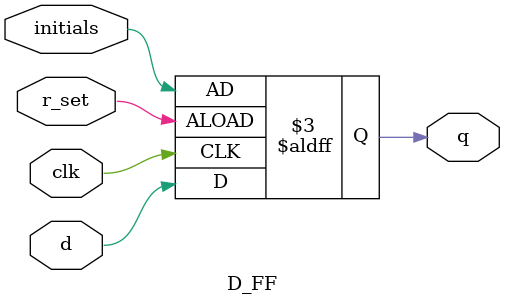
<source format=v>
`timescale 1ns / 1ps


module D_FF(
    output q,
    input d,
    input r_set,
    
    input initials,
    input clk
    );
    reg q;
    always@(posedge clk or negedge r_set)
    if (~r_set)
    q <= initials;
    else
    q<= d;
endmodule

</source>
